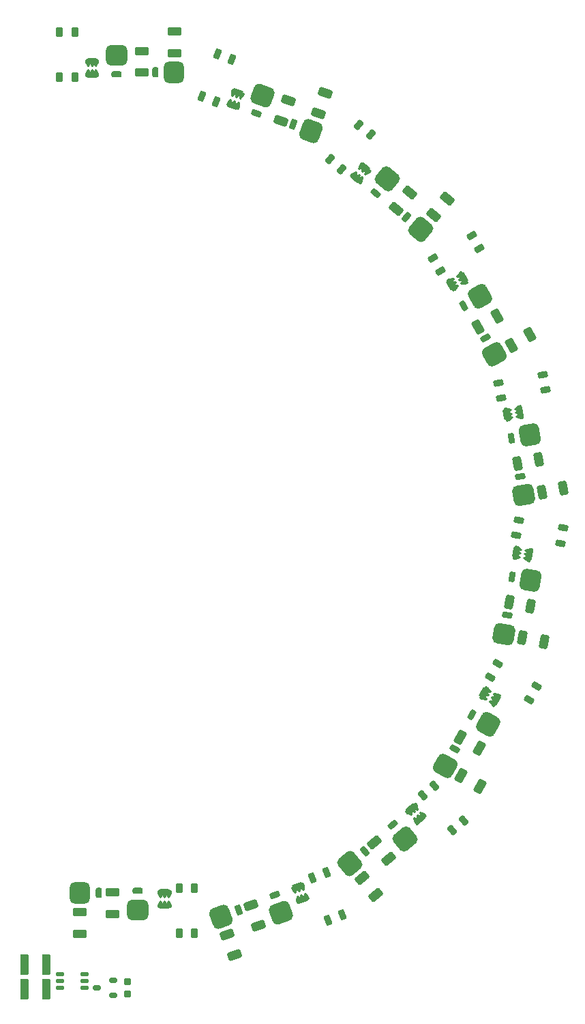
<source format=gtp>
G04 Layer_Color=8421504*
%FSTAX25Y25*%
%MOIN*%
G70*
G01*
G75*
G04:AMPARAMS|DCode=11|XSize=68.9mil|YSize=43.31mil|CornerRadius=10.83mil|HoleSize=0mil|Usage=FLASHONLY|Rotation=200.000|XOffset=0mil|YOffset=0mil|HoleType=Round|Shape=RoundedRectangle|*
%AMROUNDEDRECTD11*
21,1,0.06890,0.02165,0,0,200.0*
21,1,0.04724,0.04331,0,0,200.0*
1,1,0.02165,-0.02590,0.00210*
1,1,0.02165,0.01849,0.01825*
1,1,0.02165,0.02590,-0.00210*
1,1,0.02165,-0.01849,-0.01825*
%
%ADD11ROUNDEDRECTD11*%
G04:AMPARAMS|DCode=12|XSize=30mil|YSize=50mil|CornerRadius=7.5mil|HoleSize=0mil|Usage=FLASHONLY|Rotation=20.000|XOffset=0mil|YOffset=0mil|HoleType=Round|Shape=RoundedRectangle|*
%AMROUNDEDRECTD12*
21,1,0.03000,0.03500,0,0,20.0*
21,1,0.01500,0.05000,0,0,20.0*
1,1,0.01500,0.01303,-0.01388*
1,1,0.01500,-0.00106,-0.01901*
1,1,0.01500,-0.01303,0.01388*
1,1,0.01500,0.00106,0.01901*
%
%ADD12ROUNDEDRECTD12*%
G04:AMPARAMS|DCode=13|XSize=100mil|YSize=105.12mil|CornerRadius=25mil|HoleSize=0mil|Usage=FLASHONLY|Rotation=20.000|XOffset=0mil|YOffset=0mil|HoleType=Round|Shape=RoundedRectangle|*
%AMROUNDEDRECTD13*
21,1,0.10000,0.05512,0,0,20.0*
21,1,0.05000,0.10512,0,0,20.0*
1,1,0.05000,0.03292,-0.01735*
1,1,0.05000,-0.01407,-0.03445*
1,1,0.05000,-0.03292,0.01735*
1,1,0.05000,0.01407,0.03445*
%
%ADD13ROUNDEDRECTD13*%
G04:AMPARAMS|DCode=14|XSize=30mil|YSize=50mil|CornerRadius=7.5mil|HoleSize=0mil|Usage=FLASHONLY|Rotation=110.000|XOffset=0mil|YOffset=0mil|HoleType=Round|Shape=RoundedRectangle|*
%AMROUNDEDRECTD14*
21,1,0.03000,0.03500,0,0,110.0*
21,1,0.01500,0.05000,0,0,110.0*
1,1,0.01500,0.01388,0.01303*
1,1,0.01500,0.01901,-0.00106*
1,1,0.01500,-0.01388,-0.01303*
1,1,0.01500,-0.01901,0.00106*
%
%ADD14ROUNDEDRECTD14*%
G04:AMPARAMS|DCode=15|XSize=100mil|YSize=105.12mil|CornerRadius=25mil|HoleSize=0mil|Usage=FLASHONLY|Rotation=110.000|XOffset=0mil|YOffset=0mil|HoleType=Round|Shape=RoundedRectangle|*
%AMROUNDEDRECTD15*
21,1,0.10000,0.05512,0,0,110.0*
21,1,0.05000,0.10512,0,0,110.0*
1,1,0.05000,0.01735,0.03292*
1,1,0.05000,0.03445,-0.01407*
1,1,0.05000,-0.01735,-0.03292*
1,1,0.05000,-0.03445,0.01407*
%
%ADD15ROUNDEDRECTD15*%
G04:AMPARAMS|DCode=16|XSize=49.21mil|YSize=31.5mil|CornerRadius=7.87mil|HoleSize=0mil|Usage=FLASHONLY|Rotation=110.000|XOffset=0mil|YOffset=0mil|HoleType=Round|Shape=RoundedRectangle|*
%AMROUNDEDRECTD16*
21,1,0.04921,0.01575,0,0,110.0*
21,1,0.03347,0.03150,0,0,110.0*
1,1,0.01575,0.00168,0.01842*
1,1,0.01575,0.01312,-0.01303*
1,1,0.01575,-0.00168,-0.01842*
1,1,0.01575,-0.01312,0.01303*
%
%ADD16ROUNDEDRECTD16*%
G04:AMPARAMS|DCode=17|XSize=20mil|YSize=50mil|CornerRadius=5mil|HoleSize=0mil|Usage=FLASHONLY|Rotation=70.000|XOffset=0mil|YOffset=0mil|HoleType=Round|Shape=RoundedRectangle|*
%AMROUNDEDRECTD17*
21,1,0.02000,0.04000,0,0,70.0*
21,1,0.01000,0.05000,0,0,70.0*
1,1,0.01000,0.02050,-0.00214*
1,1,0.01000,0.01708,-0.01154*
1,1,0.01000,-0.02050,0.00214*
1,1,0.01000,-0.01708,0.01154*
%
%ADD17ROUNDEDRECTD17*%
G04:AMPARAMS|DCode=18|XSize=20mil|YSize=50mil|CornerRadius=5mil|HoleSize=0mil|Usage=FLASHONLY|Rotation=90.000|XOffset=0mil|YOffset=0mil|HoleType=Round|Shape=RoundedRectangle|*
%AMROUNDEDRECTD18*
21,1,0.02000,0.04000,0,0,90.0*
21,1,0.01000,0.05000,0,0,90.0*
1,1,0.01000,0.02000,0.00500*
1,1,0.01000,0.02000,-0.00500*
1,1,0.01000,-0.02000,-0.00500*
1,1,0.01000,-0.02000,0.00500*
%
%ADD18ROUNDEDRECTD18*%
G04:AMPARAMS|DCode=19|XSize=20mil|YSize=50mil|CornerRadius=5mil|HoleSize=0mil|Usage=FLASHONLY|Rotation=50.000|XOffset=0mil|YOffset=0mil|HoleType=Round|Shape=RoundedRectangle|*
%AMROUNDEDRECTD19*
21,1,0.02000,0.04000,0,0,50.0*
21,1,0.01000,0.05000,0,0,50.0*
1,1,0.01000,0.01853,-0.00903*
1,1,0.01000,0.01211,-0.01669*
1,1,0.01000,-0.01853,0.00903*
1,1,0.01000,-0.01211,0.01669*
%
%ADD19ROUNDEDRECTD19*%
G04:AMPARAMS|DCode=20|XSize=20mil|YSize=50mil|CornerRadius=5mil|HoleSize=0mil|Usage=FLASHONLY|Rotation=30.000|XOffset=0mil|YOffset=0mil|HoleType=Round|Shape=RoundedRectangle|*
%AMROUNDEDRECTD20*
21,1,0.02000,0.04000,0,0,30.0*
21,1,0.01000,0.05000,0,0,30.0*
1,1,0.01000,0.01433,-0.01482*
1,1,0.01000,0.00567,-0.01982*
1,1,0.01000,-0.01433,0.01482*
1,1,0.01000,-0.00567,0.01982*
%
%ADD20ROUNDEDRECTD20*%
G04:AMPARAMS|DCode=21|XSize=20mil|YSize=50mil|CornerRadius=5mil|HoleSize=0mil|Usage=FLASHONLY|Rotation=350.000|XOffset=0mil|YOffset=0mil|HoleType=Round|Shape=RoundedRectangle|*
%AMROUNDEDRECTD21*
21,1,0.02000,0.04000,0,0,350.0*
21,1,0.01000,0.05000,0,0,350.0*
1,1,0.01000,0.00145,-0.02056*
1,1,0.01000,-0.00840,-0.01883*
1,1,0.01000,-0.00145,0.02056*
1,1,0.01000,0.00840,0.01883*
%
%ADD21ROUNDEDRECTD21*%
G04:AMPARAMS|DCode=22|XSize=20mil|YSize=50mil|CornerRadius=5mil|HoleSize=0mil|Usage=FLASHONLY|Rotation=10.000|XOffset=0mil|YOffset=0mil|HoleType=Round|Shape=RoundedRectangle|*
%AMROUNDEDRECTD22*
21,1,0.02000,0.04000,0,0,10.0*
21,1,0.01000,0.05000,0,0,10.0*
1,1,0.01000,0.00840,-0.01883*
1,1,0.01000,-0.00145,-0.02056*
1,1,0.01000,-0.00840,0.01883*
1,1,0.01000,0.00145,0.02056*
%
%ADD22ROUNDEDRECTD22*%
G04:AMPARAMS|DCode=23|XSize=49.21mil|YSize=31.5mil|CornerRadius=7.87mil|HoleSize=0mil|Usage=FLASHONLY|Rotation=90.000|XOffset=0mil|YOffset=0mil|HoleType=Round|Shape=RoundedRectangle|*
%AMROUNDEDRECTD23*
21,1,0.04921,0.01575,0,0,90.0*
21,1,0.03347,0.03150,0,0,90.0*
1,1,0.01575,0.00787,0.01673*
1,1,0.01575,0.00787,-0.01673*
1,1,0.01575,-0.00787,-0.01673*
1,1,0.01575,-0.00787,0.01673*
%
%ADD23ROUNDEDRECTD23*%
G04:AMPARAMS|DCode=24|XSize=49.21mil|YSize=31.5mil|CornerRadius=7.87mil|HoleSize=0mil|Usage=FLASHONLY|Rotation=130.000|XOffset=0mil|YOffset=0mil|HoleType=Round|Shape=RoundedRectangle|*
%AMROUNDEDRECTD24*
21,1,0.04921,0.01575,0,0,130.0*
21,1,0.03347,0.03150,0,0,130.0*
1,1,0.01575,-0.00472,0.01788*
1,1,0.01575,0.01679,-0.00776*
1,1,0.01575,0.00472,-0.01788*
1,1,0.01575,-0.01679,0.00776*
%
%ADD24ROUNDEDRECTD24*%
G04:AMPARAMS|DCode=25|XSize=49.21mil|YSize=31.5mil|CornerRadius=7.87mil|HoleSize=0mil|Usage=FLASHONLY|Rotation=150.000|XOffset=0mil|YOffset=0mil|HoleType=Round|Shape=RoundedRectangle|*
%AMROUNDEDRECTD25*
21,1,0.04921,0.01575,0,0,150.0*
21,1,0.03347,0.03150,0,0,150.0*
1,1,0.01575,-0.01055,0.01519*
1,1,0.01575,0.01843,-0.00155*
1,1,0.01575,0.01055,-0.01519*
1,1,0.01575,-0.01843,0.00155*
%
%ADD25ROUNDEDRECTD25*%
G04:AMPARAMS|DCode=26|XSize=49.21mil|YSize=31.5mil|CornerRadius=7.87mil|HoleSize=0mil|Usage=FLASHONLY|Rotation=170.000|XOffset=0mil|YOffset=0mil|HoleType=Round|Shape=RoundedRectangle|*
%AMROUNDEDRECTD26*
21,1,0.04921,0.01575,0,0,170.0*
21,1,0.03347,0.03150,0,0,170.0*
1,1,0.01575,-0.01511,0.01066*
1,1,0.01575,0.01784,0.00485*
1,1,0.01575,0.01511,-0.01066*
1,1,0.01575,-0.01784,-0.00485*
%
%ADD26ROUNDEDRECTD26*%
G04:AMPARAMS|DCode=27|XSize=49.21mil|YSize=31.5mil|CornerRadius=7.87mil|HoleSize=0mil|Usage=FLASHONLY|Rotation=190.000|XOffset=0mil|YOffset=0mil|HoleType=Round|Shape=RoundedRectangle|*
%AMROUNDEDRECTD27*
21,1,0.04921,0.01575,0,0,190.0*
21,1,0.03347,0.03150,0,0,190.0*
1,1,0.01575,-0.01784,0.00485*
1,1,0.01575,0.01511,0.01066*
1,1,0.01575,0.01784,-0.00485*
1,1,0.01575,-0.01511,-0.01066*
%
%ADD27ROUNDEDRECTD27*%
G04:AMPARAMS|DCode=28|XSize=49.21mil|YSize=31.5mil|CornerRadius=7.87mil|HoleSize=0mil|Usage=FLASHONLY|Rotation=230.000|XOffset=0mil|YOffset=0mil|HoleType=Round|Shape=RoundedRectangle|*
%AMROUNDEDRECTD28*
21,1,0.04921,0.01575,0,0,230.0*
21,1,0.03347,0.03150,0,0,230.0*
1,1,0.01575,-0.01679,-0.00776*
1,1,0.01575,0.00472,0.01788*
1,1,0.01575,0.01679,0.00776*
1,1,0.01575,-0.00472,-0.01788*
%
%ADD28ROUNDEDRECTD28*%
G04:AMPARAMS|DCode=29|XSize=49.21mil|YSize=31.5mil|CornerRadius=7.87mil|HoleSize=0mil|Usage=FLASHONLY|Rotation=250.000|XOffset=0mil|YOffset=0mil|HoleType=Round|Shape=RoundedRectangle|*
%AMROUNDEDRECTD29*
21,1,0.04921,0.01575,0,0,250.0*
21,1,0.03347,0.03150,0,0,250.0*
1,1,0.01575,-0.01312,-0.01303*
1,1,0.01575,-0.00168,0.01842*
1,1,0.01575,0.01312,0.01303*
1,1,0.01575,0.00168,-0.01842*
%
%ADD29ROUNDEDRECTD29*%
G04:AMPARAMS|DCode=30|XSize=35.43mil|YSize=31.5mil|CornerRadius=7.87mil|HoleSize=0mil|Usage=FLASHONLY|Rotation=0.000|XOffset=0mil|YOffset=0mil|HoleType=Round|Shape=RoundedRectangle|*
%AMROUNDEDRECTD30*
21,1,0.03543,0.01575,0,0,0.0*
21,1,0.01968,0.03150,0,0,0.0*
1,1,0.01575,0.00984,-0.00787*
1,1,0.01575,-0.00984,-0.00787*
1,1,0.01575,-0.00984,0.00787*
1,1,0.01575,0.00984,0.00787*
%
%ADD30ROUNDEDRECTD30*%
G04:AMPARAMS|DCode=31|XSize=23.62mil|YSize=37.4mil|CornerRadius=5.91mil|HoleSize=0mil|Usage=FLASHONLY|Rotation=270.000|XOffset=0mil|YOffset=0mil|HoleType=Round|Shape=RoundedRectangle|*
%AMROUNDEDRECTD31*
21,1,0.02362,0.02559,0,0,270.0*
21,1,0.01181,0.03740,0,0,270.0*
1,1,0.01181,-0.01279,-0.00591*
1,1,0.01181,-0.01279,0.00591*
1,1,0.01181,0.01279,0.00591*
1,1,0.01181,0.01279,-0.00591*
%
%ADD31ROUNDEDRECTD31*%
G04:AMPARAMS|DCode=32|XSize=30mil|YSize=50mil|CornerRadius=7.5mil|HoleSize=0mil|Usage=FLASHONLY|Rotation=90.000|XOffset=0mil|YOffset=0mil|HoleType=Round|Shape=RoundedRectangle|*
%AMROUNDEDRECTD32*
21,1,0.03000,0.03500,0,0,90.0*
21,1,0.01500,0.05000,0,0,90.0*
1,1,0.01500,0.01750,0.00750*
1,1,0.01500,0.01750,-0.00750*
1,1,0.01500,-0.01750,-0.00750*
1,1,0.01500,-0.01750,0.00750*
%
%ADD32ROUNDEDRECTD32*%
G04:AMPARAMS|DCode=33|XSize=100mil|YSize=105.12mil|CornerRadius=25mil|HoleSize=0mil|Usage=FLASHONLY|Rotation=90.000|XOffset=0mil|YOffset=0mil|HoleType=Round|Shape=RoundedRectangle|*
%AMROUNDEDRECTD33*
21,1,0.10000,0.05512,0,0,90.0*
21,1,0.05000,0.10512,0,0,90.0*
1,1,0.05000,0.02756,0.02500*
1,1,0.05000,0.02756,-0.02500*
1,1,0.05000,-0.02756,-0.02500*
1,1,0.05000,-0.02756,0.02500*
%
%ADD33ROUNDEDRECTD33*%
G04:AMPARAMS|DCode=34|XSize=30mil|YSize=50mil|CornerRadius=7.5mil|HoleSize=0mil|Usage=FLASHONLY|Rotation=130.000|XOffset=0mil|YOffset=0mil|HoleType=Round|Shape=RoundedRectangle|*
%AMROUNDEDRECTD34*
21,1,0.03000,0.03500,0,0,130.0*
21,1,0.01500,0.05000,0,0,130.0*
1,1,0.01500,0.00859,0.01699*
1,1,0.01500,0.01823,0.00550*
1,1,0.01500,-0.00859,-0.01699*
1,1,0.01500,-0.01823,-0.00550*
%
%ADD34ROUNDEDRECTD34*%
G04:AMPARAMS|DCode=35|XSize=100mil|YSize=105.12mil|CornerRadius=25mil|HoleSize=0mil|Usage=FLASHONLY|Rotation=130.000|XOffset=0mil|YOffset=0mil|HoleType=Round|Shape=RoundedRectangle|*
%AMROUNDEDRECTD35*
21,1,0.10000,0.05512,0,0,130.0*
21,1,0.05000,0.10512,0,0,130.0*
1,1,0.05000,0.00504,0.03687*
1,1,0.05000,0.03718,-0.00144*
1,1,0.05000,-0.00504,-0.03687*
1,1,0.05000,-0.03718,0.00144*
%
%ADD35ROUNDEDRECTD35*%
G04:AMPARAMS|DCode=36|XSize=30mil|YSize=50mil|CornerRadius=7.5mil|HoleSize=0mil|Usage=FLASHONLY|Rotation=150.000|XOffset=0mil|YOffset=0mil|HoleType=Round|Shape=RoundedRectangle|*
%AMROUNDEDRECTD36*
21,1,0.03000,0.03500,0,0,150.0*
21,1,0.01500,0.05000,0,0,150.0*
1,1,0.01500,0.00226,0.01891*
1,1,0.01500,0.01524,0.01141*
1,1,0.01500,-0.00226,-0.01891*
1,1,0.01500,-0.01524,-0.01141*
%
%ADD36ROUNDEDRECTD36*%
G04:AMPARAMS|DCode=37|XSize=100mil|YSize=105.12mil|CornerRadius=25mil|HoleSize=0mil|Usage=FLASHONLY|Rotation=150.000|XOffset=0mil|YOffset=0mil|HoleType=Round|Shape=RoundedRectangle|*
%AMROUNDEDRECTD37*
21,1,0.10000,0.05512,0,0,150.0*
21,1,0.05000,0.10512,0,0,150.0*
1,1,0.05000,-0.00787,0.03637*
1,1,0.05000,0.03543,0.01137*
1,1,0.05000,0.00787,-0.03637*
1,1,0.05000,-0.03543,-0.01137*
%
%ADD37ROUNDEDRECTD37*%
G04:AMPARAMS|DCode=38|XSize=30mil|YSize=50mil|CornerRadius=7.5mil|HoleSize=0mil|Usage=FLASHONLY|Rotation=170.000|XOffset=0mil|YOffset=0mil|HoleType=Round|Shape=RoundedRectangle|*
%AMROUNDEDRECTD38*
21,1,0.03000,0.03500,0,0,170.0*
21,1,0.01500,0.05000,0,0,170.0*
1,1,0.01500,-0.00435,0.01854*
1,1,0.01500,0.01043,0.01593*
1,1,0.01500,0.00435,-0.01854*
1,1,0.01500,-0.01043,-0.01593*
%
%ADD38ROUNDEDRECTD38*%
G04:AMPARAMS|DCode=39|XSize=100mil|YSize=105.12mil|CornerRadius=25mil|HoleSize=0mil|Usage=FLASHONLY|Rotation=170.000|XOffset=0mil|YOffset=0mil|HoleType=Round|Shape=RoundedRectangle|*
%AMROUNDEDRECTD39*
21,1,0.10000,0.05512,0,0,170.0*
21,1,0.05000,0.10512,0,0,170.0*
1,1,0.05000,-0.01984,0.03148*
1,1,0.05000,0.02941,0.02280*
1,1,0.05000,0.01984,-0.03148*
1,1,0.05000,-0.02941,-0.02280*
%
%ADD39ROUNDEDRECTD39*%
G04:AMPARAMS|DCode=40|XSize=30mil|YSize=50mil|CornerRadius=7.5mil|HoleSize=0mil|Usage=FLASHONLY|Rotation=190.000|XOffset=0mil|YOffset=0mil|HoleType=Round|Shape=RoundedRectangle|*
%AMROUNDEDRECTD40*
21,1,0.03000,0.03500,0,0,190.0*
21,1,0.01500,0.05000,0,0,190.0*
1,1,0.01500,-0.01043,0.01593*
1,1,0.01500,0.00435,0.01854*
1,1,0.01500,0.01043,-0.01593*
1,1,0.01500,-0.00435,-0.01854*
%
%ADD40ROUNDEDRECTD40*%
G04:AMPARAMS|DCode=41|XSize=100mil|YSize=105.12mil|CornerRadius=25mil|HoleSize=0mil|Usage=FLASHONLY|Rotation=190.000|XOffset=0mil|YOffset=0mil|HoleType=Round|Shape=RoundedRectangle|*
%AMROUNDEDRECTD41*
21,1,0.10000,0.05512,0,0,190.0*
21,1,0.05000,0.10512,0,0,190.0*
1,1,0.05000,-0.02941,0.02280*
1,1,0.05000,0.01984,0.03148*
1,1,0.05000,0.02941,-0.02280*
1,1,0.05000,-0.01984,-0.03148*
%
%ADD41ROUNDEDRECTD41*%
G04:AMPARAMS|DCode=42|XSize=30mil|YSize=50mil|CornerRadius=7.5mil|HoleSize=0mil|Usage=FLASHONLY|Rotation=230.000|XOffset=0mil|YOffset=0mil|HoleType=Round|Shape=RoundedRectangle|*
%AMROUNDEDRECTD42*
21,1,0.03000,0.03500,0,0,230.0*
21,1,0.01500,0.05000,0,0,230.0*
1,1,0.01500,-0.01823,0.00550*
1,1,0.01500,-0.00859,0.01699*
1,1,0.01500,0.01823,-0.00550*
1,1,0.01500,0.00859,-0.01699*
%
%ADD42ROUNDEDRECTD42*%
G04:AMPARAMS|DCode=43|XSize=100mil|YSize=105.12mil|CornerRadius=25mil|HoleSize=0mil|Usage=FLASHONLY|Rotation=230.000|XOffset=0mil|YOffset=0mil|HoleType=Round|Shape=RoundedRectangle|*
%AMROUNDEDRECTD43*
21,1,0.10000,0.05512,0,0,230.0*
21,1,0.05000,0.10512,0,0,230.0*
1,1,0.05000,-0.03718,-0.00144*
1,1,0.05000,-0.00504,0.03687*
1,1,0.05000,0.03718,0.00144*
1,1,0.05000,0.00504,-0.03687*
%
%ADD43ROUNDEDRECTD43*%
G04:AMPARAMS|DCode=44|XSize=30mil|YSize=50mil|CornerRadius=7.5mil|HoleSize=0mil|Usage=FLASHONLY|Rotation=250.000|XOffset=0mil|YOffset=0mil|HoleType=Round|Shape=RoundedRectangle|*
%AMROUNDEDRECTD44*
21,1,0.03000,0.03500,0,0,250.0*
21,1,0.01500,0.05000,0,0,250.0*
1,1,0.01500,-0.01901,-0.00106*
1,1,0.01500,-0.01388,0.01303*
1,1,0.01500,0.01901,0.00106*
1,1,0.01500,0.01388,-0.01303*
%
%ADD44ROUNDEDRECTD44*%
G04:AMPARAMS|DCode=45|XSize=100mil|YSize=105.12mil|CornerRadius=25mil|HoleSize=0mil|Usage=FLASHONLY|Rotation=250.000|XOffset=0mil|YOffset=0mil|HoleType=Round|Shape=RoundedRectangle|*
%AMROUNDEDRECTD45*
21,1,0.10000,0.05512,0,0,250.0*
21,1,0.05000,0.10512,0,0,250.0*
1,1,0.05000,-0.03445,-0.01407*
1,1,0.05000,-0.01735,0.03292*
1,1,0.05000,0.03445,0.01407*
1,1,0.05000,0.01735,-0.03292*
%
%ADD45ROUNDEDRECTD45*%
G04:AMPARAMS|DCode=46|XSize=30mil|YSize=50mil|CornerRadius=7.5mil|HoleSize=0mil|Usage=FLASHONLY|Rotation=0.000|XOffset=0mil|YOffset=0mil|HoleType=Round|Shape=RoundedRectangle|*
%AMROUNDEDRECTD46*
21,1,0.03000,0.03500,0,0,0.0*
21,1,0.01500,0.05000,0,0,0.0*
1,1,0.01500,0.00750,-0.01750*
1,1,0.01500,-0.00750,-0.01750*
1,1,0.01500,-0.00750,0.01750*
1,1,0.01500,0.00750,0.01750*
%
%ADD46ROUNDEDRECTD46*%
G04:AMPARAMS|DCode=47|XSize=100mil|YSize=105.12mil|CornerRadius=25mil|HoleSize=0mil|Usage=FLASHONLY|Rotation=0.000|XOffset=0mil|YOffset=0mil|HoleType=Round|Shape=RoundedRectangle|*
%AMROUNDEDRECTD47*
21,1,0.10000,0.05512,0,0,0.0*
21,1,0.05000,0.10512,0,0,0.0*
1,1,0.05000,0.02500,-0.02756*
1,1,0.05000,-0.02500,-0.02756*
1,1,0.05000,-0.02500,0.02756*
1,1,0.05000,0.02500,0.02756*
%
%ADD47ROUNDEDRECTD47*%
G04:AMPARAMS|DCode=48|XSize=30mil|YSize=50mil|CornerRadius=7.5mil|HoleSize=0mil|Usage=FLASHONLY|Rotation=40.000|XOffset=0mil|YOffset=0mil|HoleType=Round|Shape=RoundedRectangle|*
%AMROUNDEDRECTD48*
21,1,0.03000,0.03500,0,0,40.0*
21,1,0.01500,0.05000,0,0,40.0*
1,1,0.01500,0.01699,-0.00859*
1,1,0.01500,0.00550,-0.01823*
1,1,0.01500,-0.01699,0.00859*
1,1,0.01500,-0.00550,0.01823*
%
%ADD48ROUNDEDRECTD48*%
G04:AMPARAMS|DCode=49|XSize=100mil|YSize=105.12mil|CornerRadius=25mil|HoleSize=0mil|Usage=FLASHONLY|Rotation=40.000|XOffset=0mil|YOffset=0mil|HoleType=Round|Shape=RoundedRectangle|*
%AMROUNDEDRECTD49*
21,1,0.10000,0.05512,0,0,40.0*
21,1,0.05000,0.10512,0,0,40.0*
1,1,0.05000,0.03687,-0.00504*
1,1,0.05000,-0.00144,-0.03718*
1,1,0.05000,-0.03687,0.00504*
1,1,0.05000,0.00144,0.03718*
%
%ADD49ROUNDEDRECTD49*%
G04:AMPARAMS|DCode=50|XSize=30mil|YSize=50mil|CornerRadius=7.5mil|HoleSize=0mil|Usage=FLASHONLY|Rotation=60.000|XOffset=0mil|YOffset=0mil|HoleType=Round|Shape=RoundedRectangle|*
%AMROUNDEDRECTD50*
21,1,0.03000,0.03500,0,0,60.0*
21,1,0.01500,0.05000,0,0,60.0*
1,1,0.01500,0.01891,-0.00226*
1,1,0.01500,0.01141,-0.01524*
1,1,0.01500,-0.01891,0.00226*
1,1,0.01500,-0.01141,0.01524*
%
%ADD50ROUNDEDRECTD50*%
G04:AMPARAMS|DCode=51|XSize=100mil|YSize=105.12mil|CornerRadius=25mil|HoleSize=0mil|Usage=FLASHONLY|Rotation=60.000|XOffset=0mil|YOffset=0mil|HoleType=Round|Shape=RoundedRectangle|*
%AMROUNDEDRECTD51*
21,1,0.10000,0.05512,0,0,60.0*
21,1,0.05000,0.10512,0,0,60.0*
1,1,0.05000,0.03637,0.00787*
1,1,0.05000,0.01137,-0.03543*
1,1,0.05000,-0.03637,-0.00787*
1,1,0.05000,-0.01137,0.03543*
%
%ADD51ROUNDEDRECTD51*%
G04:AMPARAMS|DCode=52|XSize=30mil|YSize=50mil|CornerRadius=7.5mil|HoleSize=0mil|Usage=FLASHONLY|Rotation=80.000|XOffset=0mil|YOffset=0mil|HoleType=Round|Shape=RoundedRectangle|*
%AMROUNDEDRECTD52*
21,1,0.03000,0.03500,0,0,80.0*
21,1,0.01500,0.05000,0,0,80.0*
1,1,0.01500,0.01854,0.00435*
1,1,0.01500,0.01593,-0.01043*
1,1,0.01500,-0.01854,-0.00435*
1,1,0.01500,-0.01593,0.01043*
%
%ADD52ROUNDEDRECTD52*%
G04:AMPARAMS|DCode=53|XSize=100mil|YSize=105.12mil|CornerRadius=25mil|HoleSize=0mil|Usage=FLASHONLY|Rotation=80.000|XOffset=0mil|YOffset=0mil|HoleType=Round|Shape=RoundedRectangle|*
%AMROUNDEDRECTD53*
21,1,0.10000,0.05512,0,0,80.0*
21,1,0.05000,0.10512,0,0,80.0*
1,1,0.05000,0.03148,0.01984*
1,1,0.05000,0.02280,-0.02941*
1,1,0.05000,-0.03148,-0.01984*
1,1,0.05000,-0.02280,0.02941*
%
%ADD53ROUNDEDRECTD53*%
G04:AMPARAMS|DCode=54|XSize=30mil|YSize=50mil|CornerRadius=7.5mil|HoleSize=0mil|Usage=FLASHONLY|Rotation=100.000|XOffset=0mil|YOffset=0mil|HoleType=Round|Shape=RoundedRectangle|*
%AMROUNDEDRECTD54*
21,1,0.03000,0.03500,0,0,100.0*
21,1,0.01500,0.05000,0,0,100.0*
1,1,0.01500,0.01593,0.01043*
1,1,0.01500,0.01854,-0.00435*
1,1,0.01500,-0.01593,-0.01043*
1,1,0.01500,-0.01854,0.00435*
%
%ADD54ROUNDEDRECTD54*%
G04:AMPARAMS|DCode=55|XSize=100mil|YSize=105.12mil|CornerRadius=25mil|HoleSize=0mil|Usage=FLASHONLY|Rotation=100.000|XOffset=0mil|YOffset=0mil|HoleType=Round|Shape=RoundedRectangle|*
%AMROUNDEDRECTD55*
21,1,0.10000,0.05512,0,0,100.0*
21,1,0.05000,0.10512,0,0,100.0*
1,1,0.05000,0.02280,0.02941*
1,1,0.05000,0.03148,-0.01984*
1,1,0.05000,-0.02280,-0.02941*
1,1,0.05000,-0.03148,0.01984*
%
%ADD55ROUNDEDRECTD55*%
G04:AMPARAMS|DCode=56|XSize=30mil|YSize=50mil|CornerRadius=7.5mil|HoleSize=0mil|Usage=FLASHONLY|Rotation=140.000|XOffset=0mil|YOffset=0mil|HoleType=Round|Shape=RoundedRectangle|*
%AMROUNDEDRECTD56*
21,1,0.03000,0.03500,0,0,140.0*
21,1,0.01500,0.05000,0,0,140.0*
1,1,0.01500,0.00550,0.01823*
1,1,0.01500,0.01699,0.00859*
1,1,0.01500,-0.00550,-0.01823*
1,1,0.01500,-0.01699,-0.00859*
%
%ADD56ROUNDEDRECTD56*%
G04:AMPARAMS|DCode=57|XSize=100mil|YSize=105.12mil|CornerRadius=25mil|HoleSize=0mil|Usage=FLASHONLY|Rotation=140.000|XOffset=0mil|YOffset=0mil|HoleType=Round|Shape=RoundedRectangle|*
%AMROUNDEDRECTD57*
21,1,0.10000,0.05512,0,0,140.0*
21,1,0.05000,0.10512,0,0,140.0*
1,1,0.05000,-0.00144,0.03718*
1,1,0.05000,0.03687,0.00504*
1,1,0.05000,0.00144,-0.03718*
1,1,0.05000,-0.03687,-0.00504*
%
%ADD57ROUNDEDRECTD57*%
G04:AMPARAMS|DCode=58|XSize=30mil|YSize=50mil|CornerRadius=7.5mil|HoleSize=0mil|Usage=FLASHONLY|Rotation=160.000|XOffset=0mil|YOffset=0mil|HoleType=Round|Shape=RoundedRectangle|*
%AMROUNDEDRECTD58*
21,1,0.03000,0.03500,0,0,160.0*
21,1,0.01500,0.05000,0,0,160.0*
1,1,0.01500,-0.00106,0.01901*
1,1,0.01500,0.01303,0.01388*
1,1,0.01500,0.00106,-0.01901*
1,1,0.01500,-0.01303,-0.01388*
%
%ADD58ROUNDEDRECTD58*%
G04:AMPARAMS|DCode=59|XSize=100mil|YSize=105.12mil|CornerRadius=25mil|HoleSize=0mil|Usage=FLASHONLY|Rotation=160.000|XOffset=0mil|YOffset=0mil|HoleType=Round|Shape=RoundedRectangle|*
%AMROUNDEDRECTD59*
21,1,0.10000,0.05512,0,0,160.0*
21,1,0.05000,0.10512,0,0,160.0*
1,1,0.05000,-0.01407,0.03445*
1,1,0.05000,0.03292,0.01735*
1,1,0.05000,0.01407,-0.03445*
1,1,0.05000,-0.03292,-0.01735*
%
%ADD59ROUNDEDRECTD59*%
G04:AMPARAMS|DCode=60|XSize=68.9mil|YSize=43.31mil|CornerRadius=10.83mil|HoleSize=0mil|Usage=FLASHONLY|Rotation=0.000|XOffset=0mil|YOffset=0mil|HoleType=Round|Shape=RoundedRectangle|*
%AMROUNDEDRECTD60*
21,1,0.06890,0.02165,0,0,0.0*
21,1,0.04724,0.04331,0,0,0.0*
1,1,0.02165,0.02362,-0.01083*
1,1,0.02165,-0.02362,-0.01083*
1,1,0.02165,-0.02362,0.01083*
1,1,0.02165,0.02362,0.01083*
%
%ADD60ROUNDEDRECTD60*%
G04:AMPARAMS|DCode=61|XSize=68.9mil|YSize=43.31mil|CornerRadius=10.83mil|HoleSize=0mil|Usage=FLASHONLY|Rotation=40.000|XOffset=0mil|YOffset=0mil|HoleType=Round|Shape=RoundedRectangle|*
%AMROUNDEDRECTD61*
21,1,0.06890,0.02165,0,0,40.0*
21,1,0.04724,0.04331,0,0,40.0*
1,1,0.02165,0.02506,0.00689*
1,1,0.02165,-0.01114,-0.02348*
1,1,0.02165,-0.02506,-0.00689*
1,1,0.02165,0.01114,0.02348*
%
%ADD61ROUNDEDRECTD61*%
G04:AMPARAMS|DCode=62|XSize=68.9mil|YSize=43.31mil|CornerRadius=10.83mil|HoleSize=0mil|Usage=FLASHONLY|Rotation=60.000|XOffset=0mil|YOffset=0mil|HoleType=Round|Shape=RoundedRectangle|*
%AMROUNDEDRECTD62*
21,1,0.06890,0.02165,0,0,60.0*
21,1,0.04724,0.04331,0,0,60.0*
1,1,0.02165,0.02119,0.01504*
1,1,0.02165,-0.00244,-0.02587*
1,1,0.02165,-0.02119,-0.01504*
1,1,0.02165,0.00244,0.02587*
%
%ADD62ROUNDEDRECTD62*%
G04:AMPARAMS|DCode=63|XSize=68.9mil|YSize=43.31mil|CornerRadius=10.83mil|HoleSize=0mil|Usage=FLASHONLY|Rotation=80.000|XOffset=0mil|YOffset=0mil|HoleType=Round|Shape=RoundedRectangle|*
%AMROUNDEDRECTD63*
21,1,0.06890,0.02165,0,0,80.0*
21,1,0.04724,0.04331,0,0,80.0*
1,1,0.02165,0.01476,0.02138*
1,1,0.02165,0.00656,-0.02514*
1,1,0.02165,-0.01476,-0.02138*
1,1,0.02165,-0.00656,0.02514*
%
%ADD63ROUNDEDRECTD63*%
G04:AMPARAMS|DCode=64|XSize=68.9mil|YSize=43.31mil|CornerRadius=10.83mil|HoleSize=0mil|Usage=FLASHONLY|Rotation=100.000|XOffset=0mil|YOffset=0mil|HoleType=Round|Shape=RoundedRectangle|*
%AMROUNDEDRECTD64*
21,1,0.06890,0.02165,0,0,100.0*
21,1,0.04724,0.04331,0,0,100.0*
1,1,0.02165,0.00656,0.02514*
1,1,0.02165,0.01476,-0.02138*
1,1,0.02165,-0.00656,-0.02514*
1,1,0.02165,-0.01476,0.02138*
%
%ADD64ROUNDEDRECTD64*%
G04:AMPARAMS|DCode=65|XSize=68.9mil|YSize=43.31mil|CornerRadius=10.83mil|HoleSize=0mil|Usage=FLASHONLY|Rotation=140.000|XOffset=0mil|YOffset=0mil|HoleType=Round|Shape=RoundedRectangle|*
%AMROUNDEDRECTD65*
21,1,0.06890,0.02165,0,0,140.0*
21,1,0.04724,0.04331,0,0,140.0*
1,1,0.02165,-0.01114,0.02348*
1,1,0.02165,0.02506,-0.00689*
1,1,0.02165,0.01114,-0.02348*
1,1,0.02165,-0.02506,0.00689*
%
%ADD65ROUNDEDRECTD65*%
G04:AMPARAMS|DCode=66|XSize=68.9mil|YSize=43.31mil|CornerRadius=10.83mil|HoleSize=0mil|Usage=FLASHONLY|Rotation=160.000|XOffset=0mil|YOffset=0mil|HoleType=Round|Shape=RoundedRectangle|*
%AMROUNDEDRECTD66*
21,1,0.06890,0.02165,0,0,160.0*
21,1,0.04724,0.04331,0,0,160.0*
1,1,0.02165,-0.01849,0.01825*
1,1,0.02165,0.02590,0.00210*
1,1,0.02165,0.01849,-0.01825*
1,1,0.02165,-0.02590,-0.00210*
%
%ADD66ROUNDEDRECTD66*%
G04:AMPARAMS|DCode=67|XSize=49.21mil|YSize=31.5mil|CornerRadius=7.87mil|HoleSize=0mil|Usage=FLASHONLY|Rotation=210.000|XOffset=0mil|YOffset=0mil|HoleType=Round|Shape=RoundedRectangle|*
%AMROUNDEDRECTD67*
21,1,0.04921,0.01575,0,0,210.0*
21,1,0.03347,0.03150,0,0,210.0*
1,1,0.01575,-0.01843,-0.00155*
1,1,0.01575,0.01055,0.01519*
1,1,0.01575,0.01843,0.00155*
1,1,0.01575,-0.01055,-0.01519*
%
%ADD67ROUNDEDRECTD67*%
G04:AMPARAMS|DCode=68|XSize=30mil|YSize=50mil|CornerRadius=7.5mil|HoleSize=0mil|Usage=FLASHONLY|Rotation=210.000|XOffset=0mil|YOffset=0mil|HoleType=Round|Shape=RoundedRectangle|*
%AMROUNDEDRECTD68*
21,1,0.03000,0.03500,0,0,210.0*
21,1,0.01500,0.05000,0,0,210.0*
1,1,0.01500,-0.01524,0.01141*
1,1,0.01500,-0.00226,0.01891*
1,1,0.01500,0.01524,-0.01141*
1,1,0.01500,0.00226,-0.01891*
%
%ADD68ROUNDEDRECTD68*%
G04:AMPARAMS|DCode=69|XSize=100mil|YSize=105.12mil|CornerRadius=25mil|HoleSize=0mil|Usage=FLASHONLY|Rotation=210.000|XOffset=0mil|YOffset=0mil|HoleType=Round|Shape=RoundedRectangle|*
%AMROUNDEDRECTD69*
21,1,0.10000,0.05512,0,0,210.0*
21,1,0.05000,0.10512,0,0,210.0*
1,1,0.05000,-0.03543,0.01137*
1,1,0.05000,0.00787,0.03637*
1,1,0.05000,0.03543,-0.01137*
1,1,0.05000,-0.00787,-0.03637*
%
%ADD69ROUNDEDRECTD69*%
G04:AMPARAMS|DCode=70|XSize=30mil|YSize=50mil|CornerRadius=7.5mil|HoleSize=0mil|Usage=FLASHONLY|Rotation=120.000|XOffset=0mil|YOffset=0mil|HoleType=Round|Shape=RoundedRectangle|*
%AMROUNDEDRECTD70*
21,1,0.03000,0.03500,0,0,120.0*
21,1,0.01500,0.05000,0,0,120.0*
1,1,0.01500,0.01141,0.01524*
1,1,0.01500,0.01891,0.00226*
1,1,0.01500,-0.01141,-0.01524*
1,1,0.01500,-0.01891,-0.00226*
%
%ADD70ROUNDEDRECTD70*%
G04:AMPARAMS|DCode=71|XSize=100mil|YSize=105.12mil|CornerRadius=25mil|HoleSize=0mil|Usage=FLASHONLY|Rotation=120.000|XOffset=0mil|YOffset=0mil|HoleType=Round|Shape=RoundedRectangle|*
%AMROUNDEDRECTD71*
21,1,0.10000,0.05512,0,0,120.0*
21,1,0.05000,0.10512,0,0,120.0*
1,1,0.05000,0.01137,0.03543*
1,1,0.05000,0.03637,-0.00787*
1,1,0.05000,-0.01137,-0.03543*
1,1,0.05000,-0.03637,0.00787*
%
%ADD71ROUNDEDRECTD71*%
G04:AMPARAMS|DCode=72|XSize=68.9mil|YSize=43.31mil|CornerRadius=10.83mil|HoleSize=0mil|Usage=FLASHONLY|Rotation=120.000|XOffset=0mil|YOffset=0mil|HoleType=Round|Shape=RoundedRectangle|*
%AMROUNDEDRECTD72*
21,1,0.06890,0.02165,0,0,120.0*
21,1,0.04724,0.04331,0,0,120.0*
1,1,0.02165,-0.00244,0.02587*
1,1,0.02165,0.02119,-0.01504*
1,1,0.02165,0.00244,-0.02587*
1,1,0.02165,-0.02119,0.01504*
%
%ADD72ROUNDEDRECTD72*%
G04:AMPARAMS|DCode=73|XSize=20mil|YSize=50mil|CornerRadius=5mil|HoleSize=0mil|Usage=FLASHONLY|Rotation=310.000|XOffset=0mil|YOffset=0mil|HoleType=Round|Shape=RoundedRectangle|*
%AMROUNDEDRECTD73*
21,1,0.02000,0.04000,0,0,310.0*
21,1,0.01000,0.05000,0,0,310.0*
1,1,0.01000,-0.01211,-0.01669*
1,1,0.01000,-0.01853,-0.00903*
1,1,0.01000,0.01211,0.01669*
1,1,0.01000,0.01853,0.00903*
%
%ADD73ROUNDEDRECTD73*%
G04:AMPARAMS|DCode=74|XSize=20mil|YSize=50mil|CornerRadius=5mil|HoleSize=0mil|Usage=FLASHONLY|Rotation=290.000|XOffset=0mil|YOffset=0mil|HoleType=Round|Shape=RoundedRectangle|*
%AMROUNDEDRECTD74*
21,1,0.02000,0.04000,0,0,290.0*
21,1,0.01000,0.05000,0,0,290.0*
1,1,0.01000,-0.01708,-0.01154*
1,1,0.01000,-0.02050,-0.00214*
1,1,0.01000,0.01708,0.01154*
1,1,0.01000,0.02050,0.00214*
%
%ADD74ROUNDEDRECTD74*%
G04:AMPARAMS|DCode=75|XSize=20mil|YSize=50mil|CornerRadius=5mil|HoleSize=0mil|Usage=FLASHONLY|Rotation=330.000|XOffset=0mil|YOffset=0mil|HoleType=Round|Shape=RoundedRectangle|*
%AMROUNDEDRECTD75*
21,1,0.02000,0.04000,0,0,330.0*
21,1,0.01000,0.05000,0,0,330.0*
1,1,0.01000,-0.00567,-0.01982*
1,1,0.01000,-0.01433,-0.01482*
1,1,0.01000,0.00567,0.01982*
1,1,0.01000,0.01433,0.01482*
%
%ADD75ROUNDEDRECTD75*%
G04:AMPARAMS|DCode=76|XSize=102.36mil|YSize=43.31mil|CornerRadius=10.83mil|HoleSize=0mil|Usage=FLASHONLY|Rotation=270.000|XOffset=0mil|YOffset=0mil|HoleType=Round|Shape=RoundedRectangle|*
%AMROUNDEDRECTD76*
21,1,0.10236,0.02165,0,0,270.0*
21,1,0.08071,0.04331,0,0,270.0*
1,1,0.02165,-0.01083,-0.04035*
1,1,0.02165,-0.01083,0.04035*
1,1,0.02165,0.01083,0.04035*
1,1,0.02165,0.01083,-0.04035*
%
%ADD76ROUNDEDRECTD76*%
G04:AMPARAMS|DCode=77|XSize=39.37mil|YSize=21.65mil|CornerRadius=5.41mil|HoleSize=0mil|Usage=FLASHONLY|Rotation=180.000|XOffset=0mil|YOffset=0mil|HoleType=Round|Shape=RoundedRectangle|*
%AMROUNDEDRECTD77*
21,1,0.03937,0.01083,0,0,180.0*
21,1,0.02854,0.02165,0,0,180.0*
1,1,0.01083,-0.01427,0.00541*
1,1,0.01083,0.01427,0.00541*
1,1,0.01083,0.01427,-0.00541*
1,1,0.01083,-0.01427,-0.00541*
%
%ADD77ROUNDEDRECTD77*%
%ADD78C,0.01000*%
G36*
X063461Y038244D02*
X0635462Y0381948D01*
X063251Y0376834D01*
X0631657Y0377326D01*
X0630444Y0379163D01*
X0632641Y0379031D01*
X0631429Y0380867D01*
X0633626Y0380735D01*
X0632413Y0382572D01*
X063461Y038244D01*
D02*
G37*
G36*
X0594787Y0328278D02*
X0595299Y0326137D01*
X0593279Y0327012D01*
X0593791Y0324872D01*
X0591771Y0325747D01*
X0592283Y0323607D01*
X0590263Y0324482D01*
X0589631Y0325236D01*
X0594155Y0329032D01*
X0594787Y0328278D01*
D02*
G37*
G36*
X0629468Y0385409D02*
X0630681Y0383572D01*
X0628484Y0383704D01*
X0629697Y0381867D01*
X06275Y0381999D01*
X0628712Y0380163D01*
X0626515Y0380294D01*
X0625663Y0380786D01*
X0628616Y0385901D01*
X0629468Y0385409D01*
D02*
G37*
G36*
X0644171Y0454492D02*
X0645938Y0453181D01*
X0643829Y0452554D01*
X0645596Y0451243D01*
X0643487Y0450615D01*
X0645255Y0449304D01*
X0643145Y0448676D01*
X0642176Y0448847D01*
X0643201Y0454663D01*
X0644171Y0454492D01*
D02*
G37*
G36*
X0650987Y0453291D02*
X0649961Y0447475D01*
X0648992Y0447646D01*
X0647224Y0448957D01*
X0649334Y0449584D01*
X0647566Y0450895D01*
X0649676Y0451523D01*
X0647908Y0452834D01*
X0650017Y0453461D01*
X0650987Y0453291D01*
D02*
G37*
G36*
X0541611Y0283585D02*
X0541948Y028266D01*
X0536399Y028064D01*
X0536062Y0281565D01*
X0536314Y0283752D01*
X0537912Y0282239D01*
X0538163Y0284425D01*
X0539761Y0282912D01*
X0540013Y0285098D01*
X0541611Y0283585D01*
D02*
G37*
G36*
X0474453Y0279516D02*
Y0278532D01*
X0468547D01*
Y0279516D01*
X0469531Y0281484D01*
X0470516Y0279516D01*
X04715Y0281484D01*
X0472484Y0279516D01*
X0473468Y0281484D01*
X0474453Y0279516D01*
D02*
G37*
G36*
Y0285453D02*
X0473468Y0283484D01*
X0472484Y0285453D01*
X04715Y0283484D01*
X0470516Y0285453D01*
X0469531Y0283484D01*
X0468547Y0285453D01*
Y0286437D01*
X0474453D01*
Y0285453D01*
D02*
G37*
G36*
X0598603Y032373D02*
X0599236Y0322976D01*
X0594712Y031918D01*
X059408Y0319934D01*
X0593568Y0322075D01*
X0595588Y0321199D01*
X0595076Y032334D01*
X0597096Y0322464D01*
X0596584Y0324605D01*
X0598603Y032373D01*
D02*
G37*
G36*
X0539581Y0289164D02*
X0539329Y0286978D01*
X0537731Y0288491D01*
X0537479Y0286304D01*
X0535881Y0287817D01*
X053563Y0285631D01*
X0534031Y0287144D01*
X0533695Y0288069D01*
X0539244Y0290089D01*
X0539581Y0289164D01*
D02*
G37*
G36*
X0504199Y0670628D02*
X0505797Y0672141D01*
X0506049Y0669955D01*
X0507647Y0671468D01*
X0507898Y0669281D01*
X0507562Y0668357D01*
X0502012Y0670376D01*
X0502349Y0671301D01*
X0503947Y0672814D01*
X0504199Y0670628D01*
D02*
G37*
G36*
X05722Y0638021D02*
X0571567Y0637267D01*
X0569548Y0636391D01*
X0570059Y0638532D01*
X056804Y0637657D01*
X0568551Y0639797D01*
X0566532Y0638922D01*
X0567043Y0641063D01*
X0567676Y0641817D01*
X05722Y0638021D01*
D02*
G37*
G36*
X0510266Y0675785D02*
X0509929Y067486D01*
X0508331Y0673347D01*
X0508079Y0675534D01*
X0506481Y067402D01*
X0506229Y0676207D01*
X0504631Y0674694D01*
X050438Y067688D01*
X0504716Y0677805D01*
X0510266Y0675785D01*
D02*
G37*
G36*
X0438953Y0691169D02*
X0437968Y0689201D01*
X0436984Y0691169D01*
X0436Y0689201D01*
X0435016Y0691169D01*
X0434031Y0689201D01*
X0433047Y0691169D01*
Y0692154D01*
X0438953D01*
Y0691169D01*
D02*
G37*
G36*
Y0685232D02*
Y0684248D01*
X0433047D01*
Y0685232D01*
X0434031Y0687201D01*
X0435016Y0685232D01*
X0436Y0687201D01*
X0436984Y0685232D01*
X0437968Y0687201D01*
X0438953Y0685232D01*
D02*
G37*
G36*
X0646478Y0517465D02*
X0645509Y0517294D01*
X0643399Y0517922D01*
X0645167Y0519233D01*
X0643057Y051986D01*
X0644825Y0521171D01*
X0642716Y0521799D01*
X0644483Y052311D01*
X0645452Y0523281D01*
X0646478Y0517465D01*
D02*
G37*
G36*
X0640746Y0521452D02*
X0638978Y0520141D01*
X0641088Y0519513D01*
X063932Y0518202D01*
X064143Y0517574D01*
X0639662Y0516263D01*
X0638693Y0516092D01*
X0637667Y0521908D01*
X0638636Y0522079D01*
X0640746Y0521452D01*
D02*
G37*
G36*
X06115Y0583436D02*
X0613697Y0583568D01*
X0612484Y0581731D01*
X0614681Y0581863D01*
X0613468Y0580027D01*
X0612616Y0579534D01*
X0609663Y0584649D01*
X0610515Y0585141D01*
X0612712Y0585273D01*
X06115Y0583436D01*
D02*
G37*
G36*
X0564735Y0635249D02*
X0566754Y0636125D01*
X0566243Y0633984D01*
X0568262Y0634859D01*
X0567751Y0632719D01*
X0567118Y0631965D01*
X0562595Y0635761D01*
X0563227Y0636515D01*
X0565246Y063739D01*
X0564735Y0635249D01*
D02*
G37*
G36*
X0619462Y0583487D02*
X061861Y0582995D01*
X0616413Y0582863D01*
X0617626Y05847D01*
X0615429Y0584568D01*
X0616641Y0586405D01*
X0614444Y0586273D01*
X0615657Y0588109D01*
X0616509Y0588601D01*
X0619462Y0583487D01*
D02*
G37*
D11*
X0502078Y026509D02*
D03*
X0505714Y0255101D02*
D03*
X05175Y02695D02*
D03*
X0513864Y0279489D02*
D03*
D12*
X0507864Y027697D02*
D03*
D13*
X0499166Y0273804D02*
D03*
D14*
X0525376Y0284408D02*
D03*
D15*
X0528542Y027571D02*
D03*
D16*
X055093Y0295305D02*
D03*
X0543901Y0292747D02*
D03*
X0558462Y0274613D02*
D03*
X0551432Y0272055D02*
D03*
D17*
X0504787Y0669366D02*
D03*
X0507491Y0676795D02*
D03*
D18*
X0436Y0684248D02*
D03*
Y0692154D02*
D03*
X04715Y0286437D02*
D03*
Y0278532D02*
D03*
D19*
X0564856Y0633863D02*
D03*
X0569938Y0639919D02*
D03*
D20*
X0611139Y0582092D02*
D03*
X0617986Y0586044D02*
D03*
D21*
X0642689Y0451755D02*
D03*
X0650474Y0450383D02*
D03*
D22*
X063818Y0519D02*
D03*
X0645965Y0520373D02*
D03*
D23*
X048624Y0265736D02*
D03*
X047876D02*
D03*
X042026Y0705705D02*
D03*
X042774D02*
D03*
X048624Y0287756D02*
D03*
X047876D02*
D03*
X042026Y0683685D02*
D03*
X042774D02*
D03*
D24*
X0617742Y0320815D02*
D03*
X0612012Y0316006D02*
D03*
X0603588Y0337683D02*
D03*
X0597858Y0332874D02*
D03*
D25*
X0653592Y0386247D02*
D03*
X0649852Y0379768D02*
D03*
X0634522Y0397256D02*
D03*
X0630782Y0390778D02*
D03*
D26*
X0666552Y046353D02*
D03*
X0665254Y0456164D02*
D03*
X0644867Y0467354D02*
D03*
X0643568Y0459987D02*
D03*
D27*
X0656577Y0538227D02*
D03*
X0657876Y0530861D02*
D03*
X0634892Y0534404D02*
D03*
X0636191Y0527037D02*
D03*
D28*
X0566591Y0660417D02*
D03*
X0572321Y0655609D02*
D03*
X0552437Y0643549D02*
D03*
X0558167Y0638741D02*
D03*
D29*
X0497335Y0694913D02*
D03*
X0504364Y0692354D02*
D03*
X0489804Y0674221D02*
D03*
X0496833Y0671662D02*
D03*
D30*
X04535Y0236047D02*
D03*
Y0241953D02*
D03*
D31*
X0446535Y023526D02*
D03*
Y024274D02*
D03*
X0438465Y0239D02*
D03*
D32*
X04585Y0286256D02*
D03*
X0448Y0685185D02*
D03*
D33*
X04585Y0277D02*
D03*
X0448Y0694441D02*
D03*
D34*
X0583302Y0318703D02*
D03*
D35*
X0589252Y0311612D02*
D03*
D36*
X0621951Y0372483D02*
D03*
D37*
X0629967Y0367855D02*
D03*
D38*
X0641528Y0439775D02*
D03*
D39*
X0650643Y0438168D02*
D03*
D40*
X0641186Y0507345D02*
D03*
D41*
X0650302Y0508953D02*
D03*
D42*
X0574651Y0626867D02*
D03*
D43*
X0580601Y0633957D02*
D03*
D44*
X0516384Y0666143D02*
D03*
D45*
X051955Y067484D02*
D03*
D46*
X04395Y0285256D02*
D03*
X0467Y0686185D02*
D03*
D47*
X0430244Y0285256D02*
D03*
X0476256Y0686185D02*
D03*
D48*
X056939Y0305724D02*
D03*
D49*
X05623Y0299774D02*
D03*
D50*
X0613317Y0355528D02*
D03*
D51*
X0608689Y0347513D02*
D03*
D52*
X0639213Y042089D02*
D03*
D53*
X0637606Y0411775D02*
D03*
D54*
X0645471Y0488808D02*
D03*
D55*
X0647078Y0479692D02*
D03*
D56*
X0589849Y061542D02*
D03*
D57*
X0596939Y0609471D02*
D03*
D58*
X053458Y0660584D02*
D03*
D59*
X0543278Y0657418D02*
D03*
D60*
X0446Y0274941D02*
D03*
Y0285571D02*
D03*
X04605Y06965D02*
D03*
Y068587D02*
D03*
X043Y0276071D02*
D03*
Y0265441D02*
D03*
X04765Y069537D02*
D03*
Y0706D02*
D03*
D61*
X0581Y0302D02*
D03*
X0574167Y0310143D02*
D03*
X0568017Y0292581D02*
D03*
X057485Y0284438D02*
D03*
D62*
X06255Y0356D02*
D03*
X0616294Y0361315D02*
D03*
X0616522Y0342709D02*
D03*
X0625727Y0337394D02*
D03*
D63*
X06505Y04255D02*
D03*
X0640031Y0427346D02*
D03*
X0646609Y0409939D02*
D03*
X0657077Y0408093D02*
D03*
D64*
X06545Y0497D02*
D03*
X0644032Y0495154D02*
D03*
X0656166Y0481047D02*
D03*
X0666634Y0482893D02*
D03*
D65*
X05915Y06275D02*
D03*
X0584667Y0619357D02*
D03*
X060303Y061635D02*
D03*
X0609863Y0624493D02*
D03*
D66*
X0532Y06725D02*
D03*
X0528364Y0662511D02*
D03*
X0546649Y0665966D02*
D03*
X0550284Y0675955D02*
D03*
D67*
X0621851Y0606451D02*
D03*
X0625592Y0599973D02*
D03*
X0602782Y0595441D02*
D03*
X0606522Y0588963D02*
D03*
D68*
X0617951Y0572168D02*
D03*
D69*
X0625967Y0576796D02*
D03*
D70*
X0628317Y0556213D02*
D03*
D71*
X0632945Y0548198D02*
D03*
D72*
X0634Y0567D02*
D03*
X0624794Y0561685D02*
D03*
X0641021Y0552579D02*
D03*
X0650227Y0557894D02*
D03*
D73*
X0591893Y0327134D02*
D03*
X0596974Y0321078D02*
D03*
D74*
X0536469Y0289079D02*
D03*
X0539173Y028165D02*
D03*
D75*
X062714Y0383344D02*
D03*
X0633986Y0379391D02*
D03*
D76*
X0403185Y02385D02*
D03*
X0413815D02*
D03*
Y02505D02*
D03*
X0403185D02*
D03*
D77*
X04205Y0239154D02*
D03*
Y02425D02*
D03*
Y0245847D02*
D03*
X0432311D02*
D03*
Y02425D02*
D03*
Y0239154D02*
D03*
D78*
X0502012Y0670376D02*
X0502349Y0671301D01*
X0503947Y0672814D01*
X0504199Y0670628D01*
X0505797Y0672141D01*
X0506049Y0669955D01*
X0507647Y0671468D01*
X0507898Y0669281D01*
X0507562Y0668357D02*
X0507898Y0669281D01*
X0502012Y0670376D02*
X0507562Y0668357D01*
X0504716Y0677805D02*
X0510266Y0675785D01*
X050438Y067688D02*
X0504716Y0677805D01*
X050438Y067688D02*
X0504631Y0674694D01*
X0506229Y0676207D01*
X0506481Y067402D01*
X0508079Y0675534D01*
X0508331Y0673347D01*
X0509929Y067486D01*
X0510266Y0675785D01*
X0433047Y0684248D02*
Y0685232D01*
X0434031Y0687201D01*
X0435016Y0685232D01*
X0436Y0687201D01*
X0436984Y0685232D01*
X0437968Y0687201D01*
X0438953Y0685232D01*
Y0684248D02*
Y0685232D01*
X0433047Y0684248D02*
X0438953D01*
X0433047Y0692154D02*
X0438953D01*
X0433047Y0691169D02*
Y0692154D01*
Y0691169D02*
X0434031Y0689201D01*
X0435016Y0691169D01*
X0436Y0689201D01*
X0436984Y0691169D01*
X0437968Y0689201D01*
X0438953Y0691169D01*
Y0692154D01*
X0562595Y0635761D02*
X0563227Y0636515D01*
X0565246Y063739D01*
X0564735Y0635249D02*
X0565246Y063739D01*
X0564735Y0635249D02*
X0566754Y0636125D01*
X0566243Y0633984D02*
X0566754Y0636125D01*
X0566243Y0633984D02*
X0568262Y0634859D01*
X0567751Y0632719D02*
X0568262Y0634859D01*
X0567118Y0631965D02*
X0567751Y0632719D01*
X0562595Y0635761D02*
X0567118Y0631965D01*
X0567676Y0641817D02*
X05722Y0638021D01*
X0567043Y0641063D02*
X0567676Y0641817D01*
X0566532Y0638922D02*
X0567043Y0641063D01*
X0566532Y0638922D02*
X0568551Y0639797D01*
X056804Y0637657D02*
X0568551Y0639797D01*
X056804Y0637657D02*
X0570059Y0638532D01*
X0569548Y0636391D02*
X0570059Y0638532D01*
X0569548Y0636391D02*
X0571567Y0637267D01*
X05722Y0638021D01*
X0609663Y0584649D02*
X0610515Y0585141D01*
X0612712Y0585273D01*
X06115Y0583436D02*
X0612712Y0585273D01*
X06115Y0583436D02*
X0613697Y0583568D01*
X0612484Y0581731D02*
X0613697Y0583568D01*
X0612484Y0581731D02*
X0614681Y0581863D01*
X0613468Y0580027D02*
X0614681Y0581863D01*
X0612616Y0579534D02*
X0613468Y0580027D01*
X0609663Y0584649D02*
X0612616Y0579534D01*
X0616509Y0588601D02*
X0619462Y0583487D01*
X0615657Y0588109D02*
X0616509Y0588601D01*
X0614444Y0586273D02*
X0615657Y0588109D01*
X0614444Y0586273D02*
X0616641Y0586405D01*
X0615429Y0584568D02*
X0616641Y0586405D01*
X0615429Y0584568D02*
X0617626Y05847D01*
X0616413Y0582863D02*
X0617626Y05847D01*
X0616413Y0582863D02*
X061861Y0582995D01*
X0619462Y0583487D01*
X0643201Y0454663D02*
X0644171Y0454492D01*
X0645938Y0453181D01*
X0643829Y0452554D02*
X0645938Y0453181D01*
X0643829Y0452554D02*
X0645596Y0451243D01*
X0643487Y0450615D02*
X0645596Y0451243D01*
X0643487Y0450615D02*
X0645255Y0449304D01*
X0643145Y0448676D02*
X0645255Y0449304D01*
X0642176Y0448847D02*
X0643145Y0448676D01*
X0642176Y0448847D02*
X0643201Y0454663D01*
X0649961Y0447475D02*
X0650987Y0453291D01*
X0650017Y0453461D02*
X0650987Y0453291D01*
X0647908Y0452834D02*
X0650017Y0453461D01*
X0647908Y0452834D02*
X0649676Y0451523D01*
X0647566Y0450895D02*
X0649676Y0451523D01*
X0647566Y0450895D02*
X0649334Y0449584D01*
X0647224Y0448957D02*
X0649334Y0449584D01*
X0647224Y0448957D02*
X0648992Y0447646D01*
X0649961Y0447475D01*
X0637667Y0521908D02*
X0638636Y0522079D01*
X0640746Y0521452D01*
X0638978Y0520141D02*
X0640746Y0521452D01*
X0638978Y0520141D02*
X0641088Y0519513D01*
X063932Y0518202D02*
X0641088Y0519513D01*
X063932Y0518202D02*
X064143Y0517574D01*
X0639662Y0516263D02*
X064143Y0517574D01*
X0638693Y0516092D02*
X0639662Y0516263D01*
X0637667Y0521908D02*
X0638693Y0516092D01*
X0645452Y0523281D02*
X0646478Y0517465D01*
X0644483Y052311D02*
X0645452Y0523281D01*
X0642716Y0521799D02*
X0644483Y052311D01*
X0642716Y0521799D02*
X0644825Y0521171D01*
X0643057Y051986D02*
X0644825Y0521171D01*
X0643057Y051986D02*
X0645167Y0519233D01*
X0643399Y0517922D02*
X0645167Y0519233D01*
X0643399Y0517922D02*
X0645509Y0517294D01*
X0646478Y0517465D01*
X0593279Y0327012D02*
X0595299Y0326137D01*
X0593279Y0327012D02*
X0593791Y0324872D01*
X0591771Y0325747D02*
X0593791Y0324872D01*
X0591771Y0325747D02*
X0592283Y0323607D01*
X0596584Y0324605D02*
X0597096Y0322464D01*
X0595076Y032334D02*
X0597096Y0322464D01*
X0595076Y032334D02*
X0595588Y0321199D01*
X0593568Y0322075D02*
X0595588Y0321199D01*
X0594712Y031918D02*
X0596974Y0321078D01*
X0599236Y0322976D01*
X0589631Y0325236D02*
X0591893Y0327134D01*
X0594155Y0329032D01*
X0537731Y0288491D02*
X0539329Y0286978D01*
X0537479Y0286304D02*
X0537731Y0288491D01*
X0535881Y0287817D02*
X0537479Y0286304D01*
X053563Y0285631D02*
X0535881Y0287817D01*
X0539761Y0282912D02*
X0540013Y0285098D01*
X0538163Y0284425D02*
X0539761Y0282912D01*
X0537912Y0282239D02*
X0538163Y0284425D01*
X0536314Y0283752D02*
X0537912Y0282239D01*
X0539173Y028165D02*
X0541948Y028266D01*
X0536399Y028064D02*
X0539173Y028165D01*
X0536469Y0289079D02*
X0539244Y0290089D01*
X0533695Y0288069D02*
X0536469Y0289079D01*
X0474453Y0285453D02*
Y0286437D01*
X0473468Y0283484D02*
X0474453Y0285453D01*
X0472484D02*
X0473468Y0283484D01*
X04715D02*
X0472484Y0285453D01*
X0470516D02*
X04715Y0283484D01*
X0469531D02*
X0470516Y0285453D01*
X0468547D02*
X0469531Y0283484D01*
X0468547Y0285453D02*
Y0286437D01*
X0474453D01*
X0468547Y0278532D02*
X0474453D01*
Y0279516D01*
X0473468Y0281484D02*
X0474453Y0279516D01*
X0472484D02*
X0473468Y0281484D01*
X04715D02*
X0472484Y0279516D01*
X0470516D02*
X04715Y0281484D01*
X0469531D02*
X0470516Y0279516D01*
X0468547D02*
X0469531Y0281484D01*
X0468547Y0278532D02*
Y0279516D01*
X0628616Y0385901D02*
X0629468Y0385409D01*
X0630681Y0383572D01*
X0628484Y0383704D02*
X0630681Y0383572D01*
X0628484Y0383704D02*
X0629697Y0381867D01*
X06275Y0381999D02*
X0629697Y0381867D01*
X06275Y0381999D02*
X0628712Y0380163D01*
X0626515Y0380294D02*
X0628712Y0380163D01*
X0625663Y0380786D02*
X0626515Y0380294D01*
X0625663Y0380786D02*
X0628616Y0385901D01*
X063251Y0376834D02*
X0635462Y0381948D01*
X063461Y038244D02*
X0635462Y0381948D01*
X0632413Y0382572D02*
X063461Y038244D01*
X0632413Y0382572D02*
X0633626Y0380735D01*
X0631429Y0380867D02*
X0633626Y0380735D01*
X0631429Y0380867D02*
X0632641Y0379031D01*
X0630444Y0379163D02*
X0632641Y0379031D01*
X0630444Y0379163D02*
X0631657Y0377326D01*
X063251Y0376834D01*
X0594155Y0329032D02*
X0594787Y0328278D01*
X0539244Y0290089D02*
X0539581Y0289164D01*
X0541611Y0283585D02*
X0541948Y028266D01*
X0533695Y0288069D02*
X0534031Y0287144D01*
X0589631Y0325236D02*
X0590263Y0324482D01*
X0594712Y031918D02*
Y031918D01*
X0598603Y032373D02*
X0599236Y0322976D01*
X0536062Y0281565D02*
X0536112Y0282002D01*
X0536314Y0283752D01*
X0540013Y0285098D02*
X0541292Y0283888D01*
X0541611Y0283585D01*
X0593977Y0320362D02*
X059408Y0319934D01*
X0593568Y0322075D02*
X0593977Y0320362D01*
X0596584Y0324605D02*
X05982Y0323905D01*
X0598603Y032373D01*
X0534031Y0287144D02*
X0534351Y0286842D01*
X053563Y0285631D01*
X0539329Y0286978D02*
X053953Y0288727D01*
X0539581Y0289164D01*
X0590263Y0324482D02*
X0590667Y0324307D01*
X0592283Y0323607D01*
X059489Y032785D02*
X0595299Y0326137D01*
X0594787Y0328278D02*
X059489Y032785D01*
X0536062Y0281565D02*
X0536399Y028064D01*
X059408Y0319934D02*
X0594712Y031918D01*
M02*

</source>
